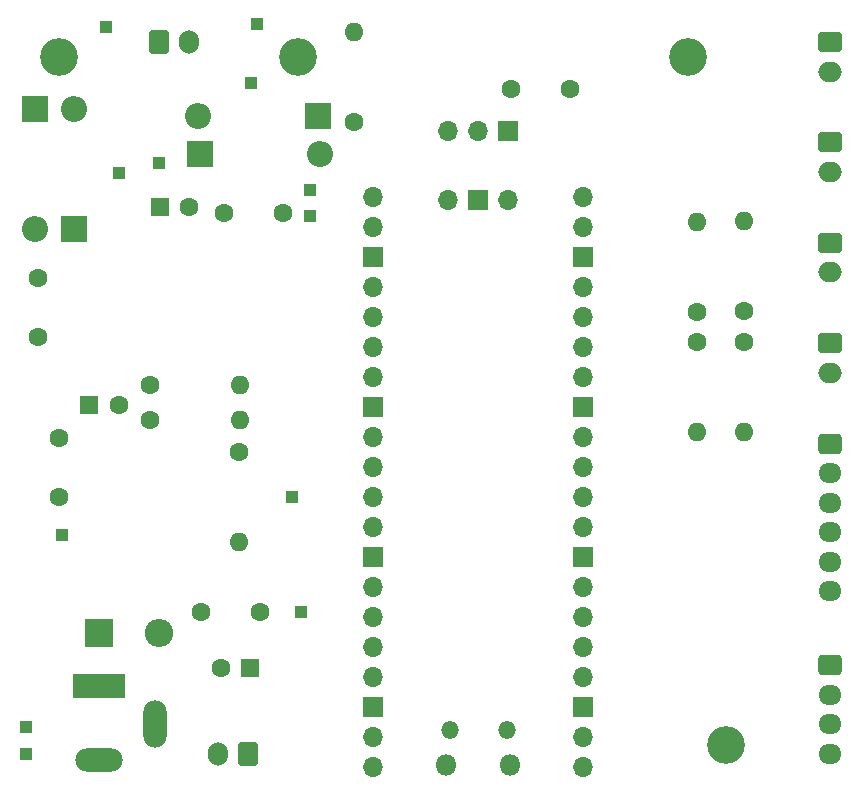
<source format=gbr>
%TF.GenerationSoftware,KiCad,Pcbnew,7.0.10*%
%TF.CreationDate,2024-01-05T15:39:22+01:00*%
%TF.ProjectId,GateControl,47617465-436f-46e7-9472-6f6c2e6b6963,rev?*%
%TF.SameCoordinates,Original*%
%TF.FileFunction,Soldermask,Bot*%
%TF.FilePolarity,Negative*%
%FSLAX46Y46*%
G04 Gerber Fmt 4.6, Leading zero omitted, Abs format (unit mm)*
G04 Created by KiCad (PCBNEW 7.0.10) date 2024-01-05 15:39:22*
%MOMM*%
%LPD*%
G01*
G04 APERTURE LIST*
G04 Aperture macros list*
%AMRoundRect*
0 Rectangle with rounded corners*
0 $1 Rounding radius*
0 $2 $3 $4 $5 $6 $7 $8 $9 X,Y pos of 4 corners*
0 Add a 4 corners polygon primitive as box body*
4,1,4,$2,$3,$4,$5,$6,$7,$8,$9,$2,$3,0*
0 Add four circle primitives for the rounded corners*
1,1,$1+$1,$2,$3*
1,1,$1+$1,$4,$5*
1,1,$1+$1,$6,$7*
1,1,$1+$1,$8,$9*
0 Add four rect primitives between the rounded corners*
20,1,$1+$1,$2,$3,$4,$5,0*
20,1,$1+$1,$4,$5,$6,$7,0*
20,1,$1+$1,$6,$7,$8,$9,0*
20,1,$1+$1,$8,$9,$2,$3,0*%
G04 Aperture macros list end*
%ADD10O,1.800000X1.800000*%
%ADD11O,1.500000X1.500000*%
%ADD12O,1.700000X1.700000*%
%ADD13R,1.700000X1.700000*%
%ADD14C,3.200000*%
%ADD15R,1.000000X1.000000*%
%ADD16RoundRect,0.250000X-0.725000X0.600000X-0.725000X-0.600000X0.725000X-0.600000X0.725000X0.600000X0*%
%ADD17O,1.950000X1.700000*%
%ADD18C,1.600000*%
%ADD19RoundRect,0.250000X-0.750000X0.600000X-0.750000X-0.600000X0.750000X-0.600000X0.750000X0.600000X0*%
%ADD20O,2.000000X1.700000*%
%ADD21O,1.600000X1.600000*%
%ADD22R,2.200000X2.200000*%
%ADD23O,2.200000X2.200000*%
%ADD24RoundRect,0.250000X0.600000X0.750000X-0.600000X0.750000X-0.600000X-0.750000X0.600000X-0.750000X0*%
%ADD25O,1.700000X2.000000*%
%ADD26RoundRect,0.250000X-0.600000X-0.750000X0.600000X-0.750000X0.600000X0.750000X-0.600000X0.750000X0*%
%ADD27R,4.500000X2.000000*%
%ADD28O,4.000000X2.000000*%
%ADD29O,2.000000X4.000000*%
%ADD30R,2.400000X2.400000*%
%ADD31O,2.400000X2.400000*%
%ADD32R,1.600000X1.600000*%
G04 APERTURE END LIST*
D10*
%TO.C,U1*%
X195975000Y-126000000D03*
D11*
X195675000Y-122970000D03*
X190825000Y-122970000D03*
D10*
X190525000Y-126000000D03*
D12*
X202140000Y-126130000D03*
X202140000Y-123590000D03*
D13*
X202140000Y-121050000D03*
D12*
X202140000Y-118510000D03*
X202140000Y-115970000D03*
X202140000Y-113430000D03*
X202140000Y-110890000D03*
D13*
X202140000Y-108350000D03*
D12*
X202140000Y-105810000D03*
X202140000Y-103270000D03*
X202140000Y-100730000D03*
X202140000Y-98190000D03*
D13*
X202140000Y-95650000D03*
D12*
X202140000Y-93110000D03*
X202140000Y-90570000D03*
X202140000Y-88030000D03*
X202140000Y-85490000D03*
D13*
X202140000Y-82950000D03*
D12*
X202140000Y-80410000D03*
X202140000Y-77870000D03*
X184360000Y-77870000D03*
X184360000Y-80410000D03*
D13*
X184360000Y-82950000D03*
D12*
X184360000Y-85490000D03*
X184360000Y-88030000D03*
X184360000Y-90570000D03*
X184360000Y-93110000D03*
D13*
X184360000Y-95650000D03*
D12*
X184360000Y-98190000D03*
X184360000Y-100730000D03*
X184360000Y-103270000D03*
X184360000Y-105810000D03*
D13*
X184360000Y-108350000D03*
D12*
X184360000Y-110890000D03*
X184360000Y-113430000D03*
X184360000Y-115970000D03*
X184360000Y-118510000D03*
D13*
X184360000Y-121050000D03*
D12*
X184360000Y-123590000D03*
X184360000Y-126130000D03*
X195790000Y-78100000D03*
D13*
X193250000Y-78100000D03*
D12*
X190710000Y-78100000D03*
%TD*%
D13*
%TO.C,J5*%
X195775000Y-72275000D03*
D12*
X193235000Y-72275000D03*
X190695000Y-72275000D03*
%TD*%
D14*
%TO.C,H4*%
X157750000Y-66000000D03*
%TD*%
%TO.C,H3*%
X214250000Y-124250000D03*
%TD*%
D15*
%TO.C,GND3*%
X155000000Y-125000000D03*
%TD*%
%TO.C,Sense1*%
X162860000Y-75850000D03*
%TD*%
D16*
%TO.C,J_I2C1*%
X223000000Y-117500000D03*
D17*
X223000000Y-120000000D03*
X223000000Y-122500000D03*
X223000000Y-125000000D03*
%TD*%
D15*
%TO.C,VDC2*%
X174000000Y-68250000D03*
%TD*%
%TO.C,GND2*%
X166250000Y-75000000D03*
%TD*%
D18*
%TO.C,C_IC3*%
X171750000Y-79250000D03*
X176750000Y-79250000D03*
%TD*%
D19*
%TO.C,J_BTN2*%
X223025000Y-81750000D03*
D20*
X223025000Y-84250000D03*
%TD*%
D18*
%TO.C,R2k_2*%
X215750000Y-87560000D03*
D21*
X215750000Y-79940000D03*
%TD*%
D16*
%TO.C,J_SPI1*%
X223000000Y-98750000D03*
D17*
X223000000Y-101250000D03*
X223000000Y-103750000D03*
X223000000Y-106250000D03*
X223000000Y-108750000D03*
X223000000Y-111250000D03*
%TD*%
D18*
%TO.C,C_IC5*%
X196000000Y-68750000D03*
X201000000Y-68750000D03*
%TD*%
%TO.C,R1k_2*%
X165440000Y-93750000D03*
D21*
X173060000Y-93750000D03*
%TD*%
D22*
%TO.C,D4*%
X169670000Y-74250000D03*
D23*
X179830000Y-74250000D03*
%TD*%
D18*
%TO.C,C_IC2*%
X174750000Y-113000000D03*
X169750000Y-113000000D03*
%TD*%
D15*
%TO.C,VDC1*%
X155000000Y-122750000D03*
%TD*%
D24*
%TO.C,J_IN2*%
X173750000Y-125000000D03*
D25*
X171250000Y-125000000D03*
%TD*%
D26*
%TO.C,J_Motor1*%
X166250000Y-64750000D03*
D25*
X168750000Y-64750000D03*
%TD*%
D18*
%TO.C,R10k_1*%
X215750000Y-90190000D03*
D21*
X215750000Y-97810000D03*
%TD*%
D18*
%TO.C,C_IC1*%
X157750000Y-103250000D03*
X157750000Y-98250000D03*
%TD*%
D15*
%TO.C,GND1*%
X178250000Y-113000000D03*
%TD*%
D18*
%TO.C,C_IC4*%
X156000000Y-89750000D03*
X156000000Y-84750000D03*
%TD*%
D27*
%TO.C,J_IN1*%
X161150000Y-119300000D03*
D28*
X161150000Y-125500000D03*
D29*
X165850000Y-122500000D03*
%TD*%
D30*
%TO.C,D_TVS1*%
X161160000Y-114750000D03*
D31*
X166240000Y-114750000D03*
%TD*%
D14*
%TO.C,H2*%
X211000000Y-66000000D03*
%TD*%
D15*
%TO.C,Out1*%
X174500000Y-63250000D03*
%TD*%
D32*
%TO.C,C_47uF2*%
X173955112Y-117750000D03*
D18*
X171455112Y-117750000D03*
%TD*%
D19*
%TO.C,J_BTN3*%
X223025000Y-73250000D03*
D20*
X223025000Y-75750000D03*
%TD*%
D15*
%TO.C,5V1*%
X177500000Y-103250000D03*
%TD*%
%TO.C,In2*%
X179000000Y-79500000D03*
%TD*%
D18*
%TO.C,R10k_2*%
X211750000Y-90150000D03*
D21*
X211750000Y-97770000D03*
%TD*%
D18*
%TO.C,R1k_1*%
X182750000Y-71560000D03*
D21*
X182750000Y-63940000D03*
%TD*%
D18*
%TO.C,R10k_3*%
X211750000Y-87600000D03*
D21*
X211750000Y-79980000D03*
%TD*%
D19*
%TO.C,J_BTN1*%
X223025000Y-90250000D03*
D20*
X223025000Y-92750000D03*
%TD*%
D18*
%TO.C,R1k_3*%
X165440000Y-96750000D03*
D21*
X173060000Y-96750000D03*
%TD*%
D22*
%TO.C,D3*%
X159000000Y-80580000D03*
D23*
X159000000Y-70420000D03*
%TD*%
D15*
%TO.C,12V1*%
X158000000Y-106500000D03*
%TD*%
D32*
%TO.C,C_47uF3*%
X166294888Y-78750000D03*
D18*
X168794888Y-78750000D03*
%TD*%
%TO.C,R2k_3*%
X173000000Y-99440000D03*
D21*
X173000000Y-107060000D03*
%TD*%
D22*
%TO.C,D2*%
X179660000Y-71000000D03*
D23*
X169500000Y-71000000D03*
%TD*%
D22*
%TO.C,D5*%
X155750000Y-70420000D03*
D23*
X155750000Y-80580000D03*
%TD*%
D15*
%TO.C,In1*%
X179000000Y-77250000D03*
%TD*%
D14*
%TO.C,H1*%
X178000000Y-66000000D03*
%TD*%
D19*
%TO.C,J_LED1*%
X223000000Y-64750000D03*
D20*
X223000000Y-67250000D03*
%TD*%
D32*
%TO.C,C_47uF1*%
X160294887Y-95500000D03*
D18*
X162794887Y-95500000D03*
%TD*%
D15*
%TO.C,Out2*%
X161750000Y-63500000D03*
%TD*%
M02*

</source>
